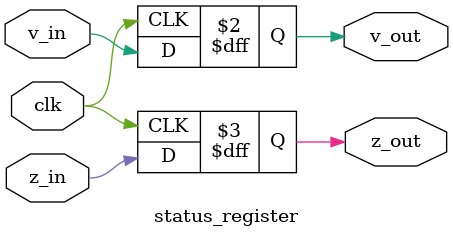
<source format=v>
module status_register(clk, v_in, z_in, v_out, z_out);
    input clk;
    input v_in, z_in;
    output reg v_out, z_out;

    always @(posedge clk) begin
        v_out <= v_in;
        z_out <= z_in;
    end
endmodule

</source>
